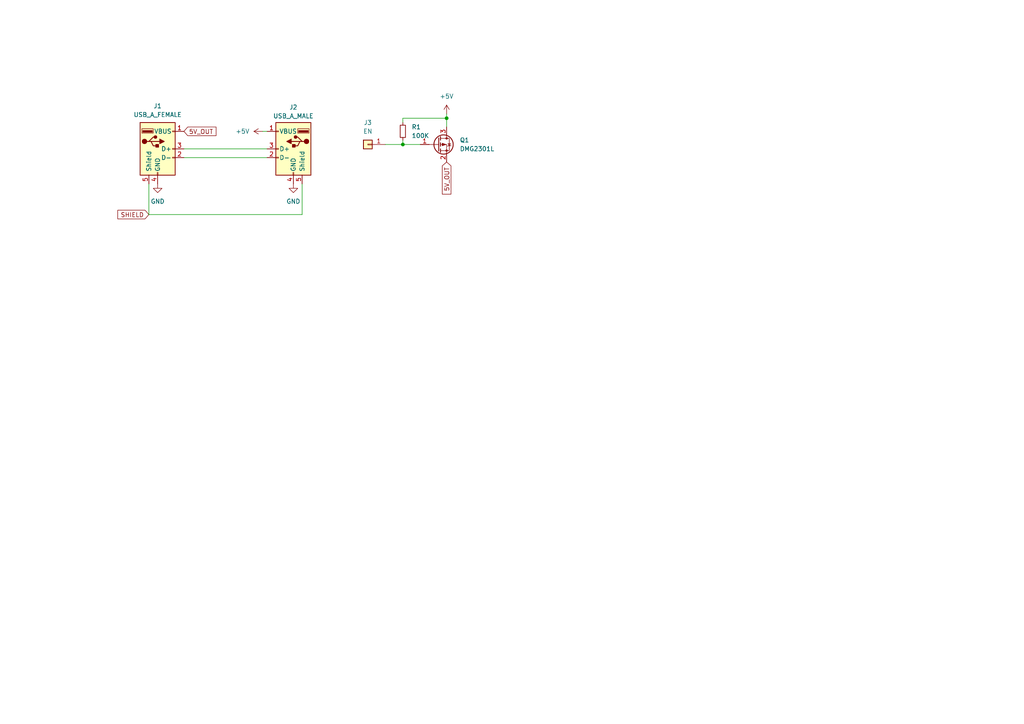
<source format=kicad_sch>
(kicad_sch (version 20230121) (generator eeschema)
  (paper "A4")
  (lib_symbols
    (symbol "Connector:USB_A" (pin_names (offset 1.016))
      (property "Reference" "J" (at -5.08 11.43 0))
      (property "Value" "USB_A" (at -5.08 8.89 0))
      (symbol "USB_A_0_1"
        (rectangle (start -5.08 -7.62) (end 5.08 7.62) (stroke (width 0.254)) (fill (type background)))
        (circle (center -3.81 2.159) (radius 0.635) (stroke (width 0.254)) (fill (type outline)))
        (rectangle (start -1.524 4.826) (end -4.318 5.334) (fill (type outline)))
        (rectangle (start -1.27 4.572) (end -4.572 5.842))
        (circle (center -0.635 3.429) (radius 0.381) (stroke (width 0.254)) (fill (type outline)))
        (rectangle (start -0.127 -7.62) (end 0.127 -6.858))
        (polyline (pts (xy -3.175 2.159) (xy -2.54 2.159) (xy -1.27 3.429) (xy -0.635 3.429)) (stroke (width 0.254)))
        (polyline (pts (xy -2.54 2.159) (xy -1.905 2.159) (xy -1.27 0.889) (xy 0 0.889)) (stroke (width 0.254)))
        (polyline (pts (xy 0.635 2.794) (xy 0.635 1.524) (xy 1.905 2.159) (xy 0.635 2.794)) (stroke (width 0.254)) (fill (type outline)))
        (rectangle (start 0.254 1.27) (end -0.508 0.508) (stroke (width 0.254)) (fill (type outline)))
        (rectangle (start 5.08 -2.667) (end 4.318 -2.413))
        (rectangle (start 5.08 -0.127) (end 4.318 0.127))
        (rectangle (start 5.08 4.953) (end 4.318 5.207))
      )
      (symbol "USB_A_1_1"
        (polyline (pts (xy -1.905 2.159) (xy 0.635 2.159)) (stroke (width 0.254)))
        (pin power_in line (at 7.62 5.08 180) (length 2.54) (name "VBUS") (number "1"))
        (pin bidirectional line (at 7.62 -2.54 180) (length 2.54) (name "D-") (number "2"))
        (pin bidirectional line (at 7.62 0 180) (length 2.54) (name "D+") (number "3"))
        (pin power_in line (at 0 -10.16 90) (length 2.54) (name "GND") (number "4"))
        (pin passive line (at -2.54 -10.16 90) (length 2.54) (name "Shield") (number "5"))
      )
    )
    (symbol "Connector_Generic:Conn_01x01" (pin_names (offset 1.016) hide)
      (property "Reference" "J" (at 0 2.54 0))
      (property "Value" "Conn_01x01" (at 0 -2.54 0))
      (symbol "Conn_01x01_1_1"
        (rectangle (start -1.27 0.127) (end 0 -0.127) (stroke (width 0.1524)))
        (rectangle (start -1.27 1.27) (end 1.27 -1.27) (stroke (width 0.254)) (fill (type background)))
        (pin passive line (at -5.08 0 0) (length 3.81) (name "Pin_1") (number "1"))
      )
    )
    (symbol "Device:R_Small" (pin_numbers hide) (pin_names (offset 0.254) hide)
      (property "Reference" "R" (at 0.762 0.508 0))
      (property "Value" "R_Small" (at 0.762 -1.016 0))
      (symbol "R_Small_0_1"
        (rectangle (start -0.762 1.778) (end 0.762 -1.778) (stroke (width 0.2032)))
      )
      (symbol "R_Small_1_1"
        (pin passive line (at 0 2.54 270) (length 0.762) (name "~") (number "1"))
        (pin passive line (at 0 -2.54 90) (length 0.762) (name "~") (number "2"))
      )
    )
    (symbol "Transistor_FET:DMG2301L" (pin_names hide)
      (property "Reference" "Q" (at 5.08 1.905 0))
      (property "Value" "DMG2301L" (at 5.08 0 0))
      (symbol "DMG2301L_0_1"
        (polyline (pts (xy 0.254 0) (xy -2.54 0)))
        (polyline (pts (xy 0.254 1.905) (xy 0.254 -1.905)) (stroke (width 0.254)))
        (polyline (pts (xy 0.762 -1.27) (xy 0.762 -2.286)) (stroke (width 0.254)))
        (polyline (pts (xy 0.762 0.508) (xy 0.762 -0.508)) (stroke (width 0.254)))
        (polyline (pts (xy 0.762 2.286) (xy 0.762 1.27)) (stroke (width 0.254)))
        (polyline (pts (xy 2.54 2.54) (xy 2.54 1.778)))
        (polyline (pts (xy 2.54 -2.54) (xy 2.54 0) (xy 0.762 0)))
        (polyline (pts (xy 0.762 1.778) (xy 3.302 1.778) (xy 3.302 -1.778) (xy 0.762 -1.778)))
        (polyline (pts (xy 2.286 0) (xy 1.27 0.381) (xy 1.27 -0.381) (xy 2.286 0)) (fill (type outline)))
        (polyline (pts (xy 2.794 -0.508) (xy 2.921 -0.381) (xy 3.683 -0.381) (xy 3.81 -0.254)))
        (polyline (pts (xy 3.302 -0.381) (xy 2.921 0.254) (xy 3.683 0.254) (xy 3.302 -0.381)))
        (circle (center 1.651 0) (radius 2.794) (stroke (width 0.254)))
        (circle (center 2.54 -1.778) (radius 0.254) (fill (type outline)))
        (circle (center 2.54 1.778) (radius 0.254) (fill (type outline)))
      )
      (symbol "DMG2301L_1_1"
        (pin input line (at -5.08 0 0) (length 2.54) (name "G") (number "1"))
        (pin passive line (at 2.54 -5.08 90) (length 2.54) (name "S") (number "2"))
        (pin passive line (at 2.54 5.08 270) (length 2.54) (name "D") (number "3"))
      )
    )
    (symbol "power:+5V" (power) (pin_names (offset 0))
      (property "Value" "+5V" (at 0 3.556 0))
      (symbol "+5V_0_1"
        (polyline (pts (xy -0.762 1.27) (xy 0 2.54)))
        (polyline (pts (xy 0 0) (xy 0 2.54)))
        (polyline (pts (xy 0 2.54) (xy 0.762 1.27)))
      )
      (symbol "+5V_1_1"
        (pin power_in line (at 0 0 90) (length 0) hide (name "+5V") (number "1"))
      )
    )
    (symbol "power:GND" (power) (pin_names (offset 0))
      (property "Value" "GND" (at 0 -3.81 0))
      (symbol "GND_0_1"
        (polyline (pts (xy 0 0) (xy 0 -1.27) (xy 1.27 -1.27) (xy 0 -2.54) (xy -1.27 -1.27) (xy 0 -1.27)))
      )
      (symbol "GND_1_1"
        (pin power_in line (at 0 0 270) (length 0) hide (name "GND") (number "1"))
      )
    )
  )
  (junction (at 116.84 41.91))
  (junction (at 129.54 34.29))
  (wire (pts (xy 116.84 35.56) (xy 116.84 34.29)))
  (wire (pts (xy 87.63 62.23) (xy 87.63 53.34)))
  (wire (pts (xy 116.84 41.91) (xy 121.92 41.91)))
  (wire (pts (xy 53.34 43.18) (xy 77.47 43.18)))
  (wire (pts (xy 111.76 41.91) (xy 116.84 41.91)))
  (wire (pts (xy 53.34 45.72) (xy 77.47 45.72)))
  (wire (pts (xy 116.84 34.29) (xy 129.54 34.29)))
  (wire (pts (xy 116.84 40.64) (xy 116.84 41.91)))
  (wire (pts (xy 76.2 38.1) (xy 77.47 38.1)))
  (wire (pts (xy 43.18 53.34) (xy 43.18 62.23)))
  (wire (pts (xy 43.18 62.23) (xy 87.63 62.23)))
  (wire (pts (xy 129.54 33.02) (xy 129.54 34.29)))
  (wire (pts (xy 129.54 34.29) (xy 129.54 36.83)))
  (global_label "5V_OUT" (shape input) (at 53.34 38.1 0) (property "Intersheetrefs" "${INTERSHEET_REFS}" (effects hide)))
  (global_label "5V_OUT" (shape input) (at 129.54 46.99 270) (property "Intersheetrefs" "${INTERSHEET_REFS}" (effects hide)))
  (global_label "SHIELD" (shape input) (at 43.18 62.23 180) (property "Intersheetrefs" "${INTERSHEET_REFS}" (effects hide)))
  (symbol (lib_id "power:+5V") (at 129.54 33.02 0) (unit 1)
    (property "Reference" "#PWR04" (effects hide))
    (property "Value" "+5V" (at 129.54 27.94 0))
  )
  (symbol (lib_id "Device:R_Small") (at 116.84 38.1 0) (unit 1)
    (property "Reference" "R1" (at 119.38 36.83 0) (effects (justify left)))
    (property "Value" "100K" (at 119.38 39.37 0) (effects (justify left)))
    (property "Footprint" "Resistor_SMD:R_0603_1608Metric_Pad0.98x0.95mm_HandSolder" (effects hide))
  )
  (symbol (lib_id "Transistor_FET:DMG2301L") (at 127 41.91 0) (unit 1)
    (property "Reference" "Q1" (at 133.35 40.64 0) (effects (justify left)))
    (property "Value" "DMG2301L" (at 133.35 43.18 0) (effects (justify left)))
    (property "Footprint" "Package_TO_SOT_SMD:SOT-23" (effects hide))
    (property "Datasheet" "https://www.diodes.com/assets/Datasheets/DMG2301L.pdf" (effects hide))
  )
  (symbol (lib_id "power:GND") (at 85.09 53.34 0) (unit 1)
    (property "Reference" "#PWR02" (effects hide))
    (property "Value" "GND" (at 85.09 58.42 0))
  )
  (symbol (lib_id "Connector_Generic:Conn_01x01") (at 106.68 41.91 180) (unit 1)
    (property "Reference" "J3" (at 106.68 35.56 0))
    (property "Value" "EN" (at 106.68 38.1 0))
    (property "Footprint" "Connector_PinHeader_2.54mm:PinHeader_1x01_P2.54mm_Horizontal" (effects hide))
  )
  (symbol (lib_id "power:GND") (at 45.72 53.34 0) (unit 1)
    (property "Reference" "#PWR01" (effects hide))
    (property "Value" "GND" (at 45.72 58.42 0))
  )
  (symbol (lib_id "Connector:USB_A") (at 85.09 43.18 0) (mirror y) (unit 1)
    (property "Reference" "J2" (at 85.09 31.115 0))
    (property "Value" "USB_A_MALE" (at 85.09 33.655 0))
    (property "Footprint" "model_usb_a_male:CONN_480370001_MOL" (effects hide))
    (property "Datasheet" " ~" (effects hide))
  )
  (symbol (lib_id "Connector:USB_A") (at 45.72 43.18 0) (unit 1)
    (property "Reference" "J1" (at 45.72 30.734 0))
    (property "Value" "USB_A_FEMALE" (at 45.72 33.274 0))
    (property "Footprint" "Connector_USB:USB_A_Molex_67643_Horizontal" (effects hide))
    (property "Datasheet" " ~" (effects hide))
  )
  (symbol (lib_id "power:+5V") (at 76.2 38.1 90) (unit 1)
    (property "Reference" "#PWR03" (effects hide))
    (property "Value" "+5V" (at 72.39 38.1 90) (effects (justify left)))
  )
)
</source>
